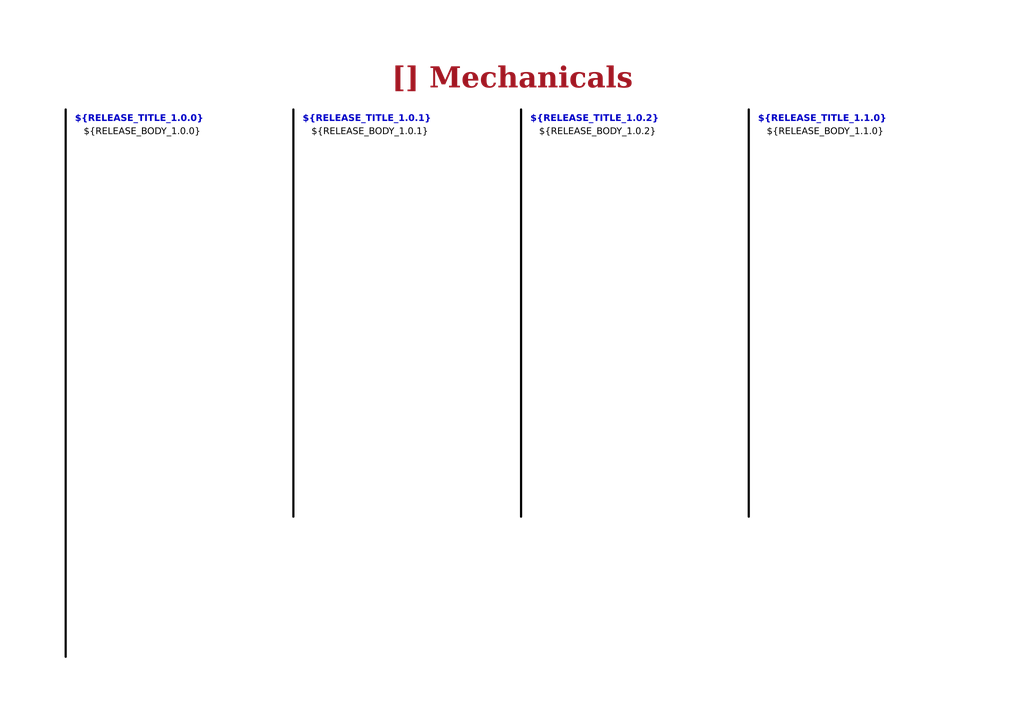
<source format=kicad_sch>
(kicad_sch
	(version 20250114)
	(generator "eeschema")
	(generator_version "9.0")
	(uuid "ea8c4f5e-7a49-4faf-a994-dbc85ed86b0a")
	(paper "A4")
	(title_block
		(title "Mechanicals")
		(date "2025-01-12")
		(rev "${REVISION}")
		(company "${COMPANY}")
	)
	(lib_symbols)
	(text_box "${RELEASE_BODY_1.1.0}"
		(exclude_from_sim no)
		(at 220.98 35.56 0)
		(size 58.42 111.76)
		(margins 1.4287 1.4287 1.4287 1.4287)
		(stroke
			(width -0.0001)
			(type default)
		)
		(fill
			(type none)
		)
		(effects
			(font
				(face "Arial")
				(size 1.905 1.905)
				(color 0 0 0 1)
			)
			(justify left top)
		)
		(uuid "0c062e2b-2be1-4307-b752-045c211787f4")
	)
	(text_box "[${#}] ${TITLE}"
		(exclude_from_sim no)
		(at 80.01 16.51 0)
		(size 137.16 12.7)
		(margins 4.4999 4.4999 4.4999 4.4999)
		(stroke
			(width -0.0001)
			(type default)
		)
		(fill
			(type none)
		)
		(effects
			(font
				(face "Times New Roman")
				(size 6 6)
				(thickness 1.2)
				(bold yes)
				(color 162 22 34 1)
			)
		)
		(uuid "20a0a094-ac98-46df-bdac-21d5721f7697")
	)
	(text_box "${RELEASE_BODY_1.0.0}"
		(exclude_from_sim no)
		(at 22.86 35.56 0)
		(size 58.42 146.05)
		(margins 1.4287 1.4287 1.4287 1.4287)
		(stroke
			(width -0.0001)
			(type default)
		)
		(fill
			(type none)
		)
		(effects
			(font
				(face "Arial")
				(size 1.905 1.905)
				(color 0 0 0 1)
			)
			(justify left top)
		)
		(uuid "212b625e-4169-46f2-a2fc-afc6cbef07cd")
	)
	(text_box "${RELEASE_TITLE_1.0.2}"
		(exclude_from_sim no)
		(at 152.4 31.75 0)
		(size 57.15 7.62)
		(margins 1.4287 1.4287 1.4287 1.4287)
		(stroke
			(width -0.0001)
			(type default)
		)
		(fill
			(type none)
		)
		(effects
			(font
				(face "Arial")
				(size 1.905 1.905)
				(thickness 0.254)
				(bold yes)
			)
			(justify left top)
		)
		(uuid "61447e65-3862-4ca7-a61e-5d8506cb38bb")
	)
	(text_box "${RELEASE_BODY_1.0.2}"
		(exclude_from_sim no)
		(at 154.94 35.56 0)
		(size 58.42 111.76)
		(margins 1.4287 1.4287 1.4287 1.4287)
		(stroke
			(width -0.0001)
			(type default)
		)
		(fill
			(type none)
		)
		(effects
			(font
				(face "Arial")
				(size 1.905 1.905)
				(color 0 0 0 1)
			)
			(justify left top)
		)
		(uuid "8ad0acb7-8a2e-40a2-87c7-888a93359ccd")
	)
	(text_box "${RELEASE_BODY_1.0.1}"
		(exclude_from_sim no)
		(at 88.9 35.56 0)
		(size 57.15 105.41)
		(margins 1.4287 1.4287 1.4287 1.4287)
		(stroke
			(width -0.0001)
			(type default)
		)
		(fill
			(type none)
		)
		(effects
			(font
				(face "Arial")
				(size 1.905 1.905)
				(color 0 0 0 1)
			)
			(justify left top)
		)
		(uuid "9af8400a-3034-4071-a364-608020db49d5")
	)
	(text_box "${RELEASE_TITLE_1.0.0}"
		(exclude_from_sim no)
		(at 20.32 31.75 0)
		(size 57.15 7.62)
		(margins 1.4287 1.4287 1.4287 1.4287)
		(stroke
			(width -0.0001)
			(type default)
		)
		(fill
			(type none)
		)
		(effects
			(font
				(face "Arial")
				(size 1.905 1.905)
				(thickness 0.254)
				(bold yes)
			)
			(justify left top)
		)
		(uuid "d183a6b7-e8a2-46ec-8c3c-ec3041423bc1")
	)
	(text_box "${RELEASE_TITLE_1.0.1}"
		(exclude_from_sim no)
		(at 86.36 31.75 0)
		(size 57.15 7.62)
		(margins 1.4287 1.4287 1.4287 1.4287)
		(stroke
			(width -0.0001)
			(type default)
		)
		(fill
			(type none)
		)
		(effects
			(font
				(face "Arial")
				(size 1.905 1.905)
				(thickness 0.254)
				(bold yes)
			)
			(justify left top)
		)
		(uuid "ed7f1ff6-56f6-4427-ab7f-2ffe27717c3d")
	)
	(text_box "${RELEASE_TITLE_1.1.0}"
		(exclude_from_sim no)
		(at 218.44 31.75 0)
		(size 57.15 7.62)
		(margins 1.4287 1.4287 1.4287 1.4287)
		(stroke
			(width -0.0001)
			(type default)
		)
		(fill
			(type none)
		)
		(effects
			(font
				(face "Arial")
				(size 1.905 1.905)
				(thickness 0.254)
				(bold yes)
			)
			(justify left top)
		)
		(uuid "f47af890-f55a-44bf-b54f-b7df3adde008")
	)
	(polyline
		(pts
			(xy 85.09 31.75) (xy 85.09 149.86)
		)
		(stroke
			(width 0.635)
			(type default)
			(color 0 0 0 1)
		)
		(uuid "5f29c90a-4bd5-401c-a0f6-a99df09914f4")
	)
	(polyline
		(pts
			(xy 151.13 31.75) (xy 151.13 149.86)
		)
		(stroke
			(width 0.635)
			(type default)
			(color 0 0 0 1)
		)
		(uuid "a6b610d4-f09b-4d6e-ac67-0bb3d0e09fbe")
	)
	(polyline
		(pts
			(xy 19.05 31.75) (xy 19.05 190.5)
		)
		(stroke
			(width 0.635)
			(type default)
			(color 0 0 0 1)
		)
		(uuid "d98bd22a-837a-4b14-b8b1-ecc667696c58")
	)
	(polyline
		(pts
			(xy 217.17 31.75) (xy 217.17 149.86)
		)
		(stroke
			(width 0.635)
			(type default)
			(color 0 0 0 1)
		)
		(uuid "fe21cbb6-f53c-41a1-bc1c-520e82f71f78")
	)
)

</source>
